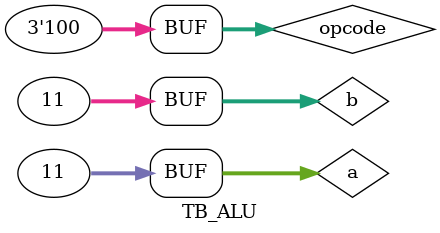
<source format=sv>
module TB_ALU;
	
	localparam N = 32;
	logic [N-1:0] result;
	logic [2:0] opcode;
	logic [N-1:0] a;
	logic [N-1:0] b;
	logic [3:0] ALUFlags;
	
	alu #(.N(N)) alu_unit (
		.opcode_i(opcode),
		.a_i(a),
		.b_i(b),
		.result_o(result),
		.ALUFlags(ALUFlags)
	);
	
	initial begin
		// ADD
		opcode = 3'b000;
		a = 32'd1;
		b = 32'd10;
		#10;
		// SUB
		opcode = 3'b001;
		a = 32'd10;
		#10;
		// AND
		opcode = 3'b010;
		a = 32'd10;
		b = 32'd10;
		#10;
		// OR
		opcode = 3'b011;
		a = 32'd11;
		b = 32'd10;
		#10;
		// MOV
		opcode = 3'b100;
		a = 32'd11;
		b = 32'd11;
		#10;
	end
endmodule
</source>
